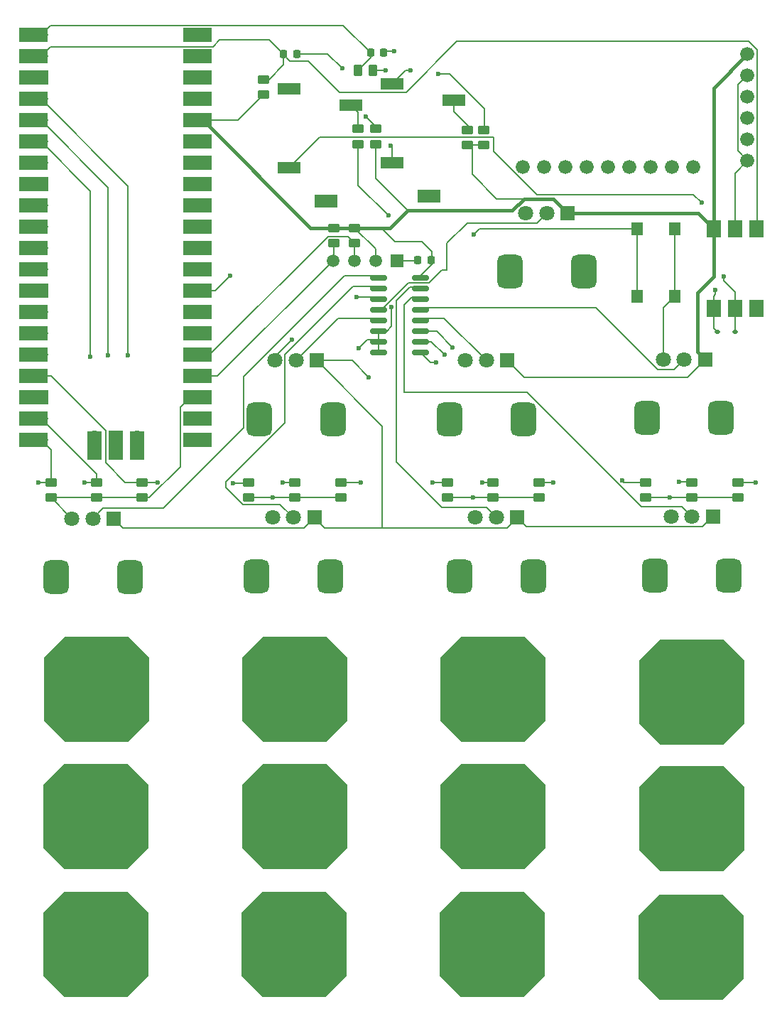
<source format=gtl>
%TF.GenerationSoftware,KiCad,Pcbnew,8.0.3*%
%TF.CreationDate,2024-07-12T18:25:32-05:00*%
%TF.ProjectId,controller,636f6e74-726f-46c6-9c65-722e6b696361,rev?*%
%TF.SameCoordinates,Original*%
%TF.FileFunction,Copper,L1,Top*%
%TF.FilePolarity,Positive*%
%FSLAX46Y46*%
G04 Gerber Fmt 4.6, Leading zero omitted, Abs format (unit mm)*
G04 Created by KiCad (PCBNEW 8.0.3) date 2024-07-12 18:25:32*
%MOMM*%
%LPD*%
G01*
G04 APERTURE LIST*
G04 Aperture macros list*
%AMRoundRect*
0 Rectangle with rounded corners*
0 $1 Rounding radius*
0 $2 $3 $4 $5 $6 $7 $8 $9 X,Y pos of 4 corners*
0 Add a 4 corners polygon primitive as box body*
4,1,4,$2,$3,$4,$5,$6,$7,$8,$9,$2,$3,0*
0 Add four circle primitives for the rounded corners*
1,1,$1+$1,$2,$3*
1,1,$1+$1,$4,$5*
1,1,$1+$1,$6,$7*
1,1,$1+$1,$8,$9*
0 Add four rect primitives between the rounded corners*
20,1,$1+$1,$2,$3,$4,$5,0*
20,1,$1+$1,$4,$5,$6,$7,0*
20,1,$1+$1,$6,$7,$8,$9,0*
20,1,$1+$1,$8,$9,$2,$3,0*%
%AMOutline5P*
0 Free polygon, 5 corners , with rotation*
0 The origin of the aperture is its center*
0 number of corners: always 5*
0 $1 to $10 corner X, Y*
0 $11 Rotation angle, in degrees counterclockwise*
0 create outline with 5 corners*
4,1,5,$1,$2,$3,$4,$5,$6,$7,$8,$9,$10,$1,$2,$11*%
%AMOutline6P*
0 Free polygon, 6 corners , with rotation*
0 The origin of the aperture is its center*
0 number of corners: always 6*
0 $1 to $12 corner X, Y*
0 $13 Rotation angle, in degrees counterclockwise*
0 create outline with 6 corners*
4,1,6,$1,$2,$3,$4,$5,$6,$7,$8,$9,$10,$11,$12,$1,$2,$13*%
%AMOutline7P*
0 Free polygon, 7 corners , with rotation*
0 The origin of the aperture is its center*
0 number of corners: always 7*
0 $1 to $14 corner X, Y*
0 $15 Rotation angle, in degrees counterclockwise*
0 create outline with 7 corners*
4,1,7,$1,$2,$3,$4,$5,$6,$7,$8,$9,$10,$11,$12,$13,$14,$1,$2,$15*%
%AMOutline8P*
0 Free polygon, 8 corners , with rotation*
0 The origin of the aperture is its center*
0 number of corners: always 8*
0 $1 to $16 corner X, Y*
0 $17 Rotation angle, in degrees counterclockwise*
0 create outline with 8 corners*
4,1,8,$1,$2,$3,$4,$5,$6,$7,$8,$9,$10,$11,$12,$13,$14,$15,$16,$1,$2,$17*%
G04 Aperture macros list end*
%TA.AperFunction,SMDPad,CuDef*%
%ADD10RoundRect,0.250000X0.450000X-0.262500X0.450000X0.262500X-0.450000X0.262500X-0.450000X-0.262500X0*%
%TD*%
%TA.AperFunction,ComponentPad*%
%ADD11RoundRect,0.750000X-0.750000X1.250000X-0.750000X-1.250000X0.750000X-1.250000X0.750000X1.250000X0*%
%TD*%
%TA.AperFunction,ComponentPad*%
%ADD12C,1.800000*%
%TD*%
%TA.AperFunction,ComponentPad*%
%ADD13R,1.800000X1.800000*%
%TD*%
%TA.AperFunction,SMDPad,CuDef*%
%ADD14RoundRect,0.250000X-0.450000X0.262500X-0.450000X-0.262500X0.450000X-0.262500X0.450000X0.262500X0*%
%TD*%
%TA.AperFunction,SMDPad,CuDef*%
%ADD15Outline8P,-6.250000X3.750000X-3.750000X6.250000X3.750000X6.250000X6.250000X3.750000X6.250000X-3.750000X3.750000X-6.250000X-3.750000X-6.250000X-6.250000X-3.750000X0.000000*%
%TD*%
%TA.AperFunction,SMDPad,CuDef*%
%ADD16RoundRect,0.218750X-0.218750X-0.256250X0.218750X-0.256250X0.218750X0.256250X-0.218750X0.256250X0*%
%TD*%
%TA.AperFunction,SMDPad,CuDef*%
%ADD17R,2.800000X1.600000*%
%TD*%
%TA.AperFunction,SMDPad,CuDef*%
%ADD18R,2.800000X1.400000*%
%TD*%
%TA.AperFunction,SMDPad,CuDef*%
%ADD19R,1.400000X1.600000*%
%TD*%
%TA.AperFunction,ComponentPad*%
%ADD20C,1.676400*%
%TD*%
%TA.AperFunction,SMDPad,CuDef*%
%ADD21R,1.780000X2.000000*%
%TD*%
%TA.AperFunction,SMDPad,CuDef*%
%ADD22RoundRect,0.250000X-0.262500X-0.450000X0.262500X-0.450000X0.262500X0.450000X-0.262500X0.450000X0*%
%TD*%
%TA.AperFunction,SMDPad,CuDef*%
%ADD23R,1.700000X3.500000*%
%TD*%
%TA.AperFunction,ComponentPad*%
%ADD24O,1.700000X1.700000*%
%TD*%
%TA.AperFunction,ComponentPad*%
%ADD25R,1.700000X1.700000*%
%TD*%
%TA.AperFunction,SMDPad,CuDef*%
%ADD26R,3.500000X1.700000*%
%TD*%
%TA.AperFunction,SMDPad,CuDef*%
%ADD27RoundRect,0.225000X0.225000X0.250000X-0.225000X0.250000X-0.225000X-0.250000X0.225000X-0.250000X0*%
%TD*%
%TA.AperFunction,SMDPad,CuDef*%
%ADD28RoundRect,0.150000X-0.825000X-0.150000X0.825000X-0.150000X0.825000X0.150000X-0.825000X0.150000X0*%
%TD*%
%TA.AperFunction,ComponentPad*%
%ADD29C,1.508000*%
%TD*%
%TA.AperFunction,ComponentPad*%
%ADD30R,1.508000X1.508000*%
%TD*%
%TA.AperFunction,SMDPad,CuDef*%
%ADD31RoundRect,0.112500X-0.187500X-0.112500X0.187500X-0.112500X0.187500X0.112500X-0.187500X0.112500X0*%
%TD*%
%TA.AperFunction,ViaPad*%
%ADD32C,0.600000*%
%TD*%
%TA.AperFunction,Conductor*%
%ADD33C,0.200000*%
%TD*%
%TA.AperFunction,Conductor*%
%ADD34C,0.400000*%
%TD*%
G04 APERTURE END LIST*
D10*
%TO.P,R3,2*%
%TO.N,unconnected-(R3-Pad2)*%
X123700000Y-34400000D03*
%TO.P,R3,1*%
%TO.N,+3V3*%
X123700000Y-36225000D03*
%TD*%
D11*
%TO.P,RV8,MP*%
%TO.N,N/C*%
X126800000Y-51300000D03*
X135600000Y-51300000D03*
D12*
%TO.P,RV8,3,3*%
%TO.N,GND*%
X128700000Y-44300000D03*
%TO.P,RV8,2,2*%
%TO.N,/POT8*%
X131200000Y-44300000D03*
D13*
%TO.P,RV8,1,1*%
%TO.N,+3V3*%
X133700000Y-44300000D03*
%TD*%
%TO.P,RV7,1,1*%
%TO.N,+3V3*%
X79600000Y-80700000D03*
D12*
%TO.P,RV7,2,2*%
%TO.N,/POT7*%
X77100000Y-80700000D03*
%TO.P,RV7,3,3*%
%TO.N,GND*%
X74600000Y-80700000D03*
D11*
%TO.P,RV7,MP*%
%TO.N,N/C*%
X81500000Y-87700000D03*
X72700000Y-87700000D03*
%TD*%
D13*
%TO.P,RV6,1,1*%
%TO.N,+3V3*%
X103500000Y-80600000D03*
D12*
%TO.P,RV6,2,2*%
%TO.N,/POT6*%
X101000000Y-80600000D03*
%TO.P,RV6,3,3*%
%TO.N,GND*%
X98500000Y-80600000D03*
D11*
%TO.P,RV6,MP*%
%TO.N,N/C*%
X105400000Y-87600000D03*
X96600000Y-87600000D03*
%TD*%
D13*
%TO.P,RV5,1,1*%
%TO.N,+3V3*%
X127700000Y-80600000D03*
D12*
%TO.P,RV5,2,2*%
%TO.N,/POT5*%
X125200000Y-80600000D03*
%TO.P,RV5,3,3*%
%TO.N,GND*%
X122700000Y-80600000D03*
D11*
%TO.P,RV5,MP*%
%TO.N,N/C*%
X129600000Y-87600000D03*
X120800000Y-87600000D03*
%TD*%
D13*
%TO.P,RV4,1,1*%
%TO.N,+3V3*%
X151000000Y-80500000D03*
D12*
%TO.P,RV4,2,2*%
%TO.N,/POT4*%
X148500000Y-80500000D03*
%TO.P,RV4,3,3*%
%TO.N,GND*%
X146000000Y-80500000D03*
D11*
%TO.P,RV4,MP*%
%TO.N,N/C*%
X152900000Y-87500000D03*
X144100000Y-87500000D03*
%TD*%
%TO.P,RV3,MP*%
%TO.N,N/C*%
X96900000Y-68900000D03*
X105700000Y-68900000D03*
D12*
%TO.P,RV3,3,3*%
%TO.N,GND*%
X98800000Y-61900000D03*
%TO.P,RV3,2,2*%
%TO.N,/POT3*%
X101300000Y-61900000D03*
D13*
%TO.P,RV3,1,1*%
%TO.N,+3V3*%
X103800000Y-61900000D03*
%TD*%
D11*
%TO.P,RV2,MP*%
%TO.N,N/C*%
X143200000Y-68750000D03*
X152000000Y-68750000D03*
D12*
%TO.P,RV2,3,3*%
%TO.N,GND*%
X145100000Y-61750000D03*
%TO.P,RV2,2,2*%
%TO.N,/POT2*%
X147600000Y-61750000D03*
D13*
%TO.P,RV2,1,1*%
%TO.N,+3V3*%
X150100000Y-61750000D03*
%TD*%
D11*
%TO.P,RV1,MP*%
%TO.N,N/C*%
X119600000Y-68900000D03*
X128400000Y-68900000D03*
D12*
%TO.P,RV1,3,3*%
%TO.N,GND*%
X121500000Y-61900000D03*
%TO.P,RV1,2,2*%
%TO.N,/POT1*%
X124000000Y-61900000D03*
D13*
%TO.P,RV1,1,1*%
%TO.N,+3V3*%
X126500000Y-61900000D03*
%TD*%
D14*
%TO.P,R11,1,1*%
%TO.N,/TPAD3*%
X124827577Y-76400000D03*
%TO.P,R11,2,2*%
%TO.N,GND*%
X124827577Y-78225000D03*
%TD*%
D15*
%TO.P,TP9,1,TOUCH*%
%TO.N,/TPAD9*%
X77416663Y-131483034D03*
%TD*%
D10*
%TO.P,R6,1*%
%TO.N,+3V3*%
X110800000Y-36125000D03*
%TO.P,R6,2*%
%TO.N,unconnected-(DR1-A-Pad2)*%
X110800000Y-34300000D03*
%TD*%
D16*
%TO.P,DT1,2,A*%
%TO.N,unconnected-(R3-Pad2)*%
X111787500Y-25200000D03*
%TO.P,DT1,1,K*%
%TO.N,/Midi Output 1/TX*%
X110212500Y-25200000D03*
%TD*%
D17*
%TO.P,J1-I1,4*%
%TO.N,unconnected-(J1-I1-Pad4)*%
X104932000Y-42900000D03*
D18*
%TO.P,J1-I1,3*%
%TO.N,unconnected-(J1-I1-Pad3)*%
X107882000Y-31500000D03*
%TO.P,J1-I1,2*%
%TO.N,Net-(D1-A)*%
X100482000Y-38900000D03*
%TO.P,J1-I1,1*%
%TO.N,unconnected-(J1-I1-Pad1)*%
X100482000Y-29500000D03*
%TD*%
D19*
%TO.P,SW1,1,1*%
%TO.N,/SW*%
X142000000Y-54200000D03*
X142000000Y-46200000D03*
%TO.P,SW1,2,2*%
%TO.N,GND*%
X146500000Y-54200000D03*
X146500000Y-46200000D03*
%TD*%
D14*
%TO.P,R15,1,1*%
%TO.N,/TPAD7*%
X119400000Y-76400000D03*
%TO.P,R15,2,2*%
%TO.N,GND*%
X119400000Y-78225000D03*
%TD*%
%TO.P,R9,1,1*%
%TO.N,/TPAD1*%
X77516663Y-76400000D03*
%TO.P,R9,2,2*%
%TO.N,GND*%
X77516663Y-78225000D03*
%TD*%
D20*
%TO.P,U4,1,1*%
%TO.N,unconnected-(U4-Pad1)*%
X148640000Y-38800000D03*
%TO.P,U4,2,2*%
%TO.N,unconnected-(U4-Pad2)*%
X146100000Y-38800000D03*
%TO.P,U4,3,3*%
%TO.N,unconnected-(U4-Pad3)*%
X143560000Y-38800000D03*
%TO.P,U4,4,4*%
%TO.N,unconnected-(U4-Pad4)*%
X141020000Y-38800000D03*
%TO.P,U4,5,5*%
%TO.N,unconnected-(U4-Pad5)*%
X138480000Y-38800000D03*
%TO.P,U4,BCK,BCK*%
%TO.N,/I2S_BCK*%
X155140000Y-35510000D03*
%TO.P,U4,DIN,DIN*%
%TO.N,/I2S_DATA*%
X155140000Y-32970000D03*
%TO.P,U4,G1,G1*%
%TO.N,unconnected-(U4-PadG1)*%
X135940000Y-38800000D03*
%TO.P,U4,G2,G2*%
%TO.N,unconnected-(U4-PadG2)*%
X130860000Y-38800000D03*
%TO.P,U4,GND,GND*%
%TO.N,GND*%
X155140000Y-27890000D03*
%TO.P,U4,L,L*%
%TO.N,unconnected-(U4-PadL)*%
X128320000Y-38800000D03*
%TO.P,U4,LCK,LCK*%
%TO.N,/I2S_LRCK*%
X155140000Y-30430000D03*
%TO.P,U4,R,R*%
%TO.N,unconnected-(U4-PadR)*%
X133400000Y-38800000D03*
%TO.P,U4,SCK,SCK*%
%TO.N,GND*%
X155140000Y-38050000D03*
%TO.P,U4,VIN,VIN*%
%TO.N,+3V3*%
X155140000Y-25350000D03*
%TD*%
D14*
%TO.P,R5,1*%
%TO.N,/MIDI input 1/RX*%
X97400000Y-28387500D03*
%TO.P,R5,2*%
%TO.N,+3V3*%
X97400000Y-30212500D03*
%TD*%
D15*
%TO.P,TP5,1,TOUCH*%
%TO.N,/TPAD5*%
X77489086Y-116183034D03*
%TD*%
%TO.P,TP10,1,TOUCH*%
%TO.N,/TPAD10*%
X101072120Y-131483034D03*
%TD*%
D21*
%TO.P,U1,6*%
%TO.N,+3V3*%
X151100000Y-46170000D03*
%TO.P,U1,5*%
%TO.N,GND*%
X153640000Y-46170000D03*
%TO.P,U1,4*%
%TO.N,/MIDI input 1/RX*%
X156180000Y-46170000D03*
%TO.P,U1,3*%
%TO.N,N/C*%
X156180000Y-55700000D03*
%TO.P,U1,2*%
%TO.N,Net-(D1-A)*%
X153640000Y-55700000D03*
%TO.P,U1,1*%
%TO.N,unconnected-(D1-K-Pad1)*%
X151100000Y-55700000D03*
%TD*%
D14*
%TO.P,R8,1,1*%
%TO.N,+3V3*%
X105800000Y-46087500D03*
%TO.P,R8,2,2*%
%TO.N,/SDA*%
X105800000Y-47912500D03*
%TD*%
D15*
%TO.P,TP11,1,TOUCH*%
%TO.N,/TPAD11*%
X124727577Y-131483034D03*
%TD*%
D14*
%TO.P,R18,1,1*%
%TO.N,/TPAD10*%
X106700000Y-76387500D03*
%TO.P,R18,2,2*%
%TO.N,GND*%
X106700000Y-78212500D03*
%TD*%
D15*
%TO.P,TP3,1,TOUCH*%
%TO.N,/TPAD3*%
X124827577Y-101083034D03*
%TD*%
%TO.P,TP12,1,TOUCH*%
%TO.N,/TPAD12*%
X148383034Y-131783034D03*
%TD*%
D22*
%TO.P,R2,1*%
%TO.N,/Midi Output 1/TX*%
X108687500Y-27300000D03*
%TO.P,R2,2*%
%TO.N,unconnected-(J11-O1-Pad2)*%
X110512500Y-27300000D03*
%TD*%
D14*
%TO.P,R20,1,1*%
%TO.N,/TPAD12*%
X154000000Y-76387500D03*
%TO.P,R20,2,2*%
%TO.N,GND*%
X154000000Y-78212500D03*
%TD*%
%TO.P,R7,1,1*%
%TO.N,+3V3*%
X108300000Y-46087500D03*
%TO.P,R7,2,2*%
%TO.N,/SCL*%
X108300000Y-47912500D03*
%TD*%
%TO.P,R13,1,1*%
%TO.N,/TPAD5*%
X72100000Y-76400000D03*
%TO.P,R13,2,2*%
%TO.N,GND*%
X72100000Y-78225000D03*
%TD*%
%TO.P,R17,1,1*%
%TO.N,/TPAD9*%
X83000000Y-76387500D03*
%TO.P,R17,2,2*%
%TO.N,GND*%
X83000000Y-78212500D03*
%TD*%
D15*
%TO.P,TP7,1,TOUCH*%
%TO.N,/TPAD7*%
X124800000Y-116183034D03*
%TD*%
D14*
%TO.P,R19,1,1*%
%TO.N,/TPAD11*%
X130300000Y-76387500D03*
%TO.P,R19,2,2*%
%TO.N,GND*%
X130300000Y-78212500D03*
%TD*%
%TO.P,R10,1,1*%
%TO.N,/TPAD2*%
X101172120Y-76400000D03*
%TO.P,R10,2,2*%
%TO.N,GND*%
X101172120Y-78225000D03*
%TD*%
D15*
%TO.P,TP6,1,TOUCH*%
%TO.N,/TPAD6*%
X101144543Y-116183034D03*
%TD*%
%TO.P,TP1,1,TOUCH*%
%TO.N,/TPAD1*%
X77516663Y-101083034D03*
%TD*%
D14*
%TO.P,R16,1,1*%
%TO.N,/TPAD8*%
X143000000Y-76400000D03*
%TO.P,R16,2,2*%
%TO.N,GND*%
X143000000Y-78225000D03*
%TD*%
%TO.P,R12,1,1*%
%TO.N,/TPAD4*%
X148483034Y-76400000D03*
%TO.P,R12,2,2*%
%TO.N,GND*%
X148483034Y-78225000D03*
%TD*%
D15*
%TO.P,TP2,1,TOUCH*%
%TO.N,/TPAD2*%
X101172120Y-101083034D03*
%TD*%
D23*
%TO.P,U3,43,SWDIO*%
%TO.N,unconnected-(U3-SWDIO-Pad43)*%
X82330000Y-72030000D03*
D24*
X82330000Y-71130000D03*
D23*
%TO.P,U3,42,GND*%
%TO.N,unconnected-(U3-GND-Pad42)*%
X79790000Y-72030000D03*
D25*
X79790000Y-71130000D03*
D23*
%TO.P,U3,41,SWCLK*%
%TO.N,unconnected-(U3-SWCLK-Pad41)*%
X77250000Y-72030000D03*
D24*
X77250000Y-71130000D03*
D26*
%TO.P,U3,40,VBUS*%
%TO.N,unconnected-(U3-VBUS-Pad40)*%
X89580000Y-23100000D03*
D24*
X88680000Y-23100000D03*
D26*
%TO.P,U3,39,VSYS*%
%TO.N,unconnected-(U3-VSYS-Pad39)*%
X89580000Y-25640000D03*
D24*
X88680000Y-25640000D03*
D26*
%TO.P,U3,38,GND*%
%TO.N,GND*%
X89580000Y-28180000D03*
D25*
X88680000Y-28180000D03*
D26*
%TO.P,U3,37,3V3_EN*%
%TO.N,unconnected-(U3-3V3_EN-Pad37)*%
X89580000Y-30720000D03*
D24*
X88680000Y-30720000D03*
D26*
%TO.P,U3,36,3V3*%
%TO.N,+3V3*%
X89580000Y-33260000D03*
D24*
X88680000Y-33260000D03*
D26*
%TO.P,U3,35,ADC_VREF*%
%TO.N,unconnected-(U3-ADC_VREF-Pad35)*%
X89580000Y-35800000D03*
D24*
X88680000Y-35800000D03*
D26*
%TO.P,U3,34,GPIO28_ADC2*%
%TO.N,/AIN*%
X89580000Y-38340000D03*
D24*
X88680000Y-38340000D03*
D26*
%TO.P,U3,33,AGND*%
%TO.N,unconnected-(U3-AGND-Pad33)*%
X89580000Y-40880000D03*
D25*
X88680000Y-40880000D03*
D26*
%TO.P,U3,32,GPIO27_ADC1*%
%TO.N,unconnected-(U3-GPIO27_ADC1-Pad32)*%
X89580000Y-43420000D03*
D24*
X88680000Y-43420000D03*
D26*
%TO.P,U3,31,GPIO26_ADC0*%
%TO.N,unconnected-(U3-GPIO26_ADC0-Pad31)*%
X89580000Y-45960000D03*
D24*
X88680000Y-45960000D03*
D26*
%TO.P,U3,30,RUN*%
%TO.N,unconnected-(U3-RUN-Pad30)*%
X89580000Y-48500000D03*
D24*
X88680000Y-48500000D03*
D26*
%TO.P,U3,29,GPIO22*%
%TO.N,/I2S_DATA*%
X89580000Y-51040000D03*
D24*
X88680000Y-51040000D03*
D26*
%TO.P,U3,28,GND*%
%TO.N,GND*%
X89580000Y-53580000D03*
D25*
X88680000Y-53580000D03*
D26*
%TO.P,U3,27,GPIO21*%
%TO.N,/I2S_BCK*%
X89580000Y-56120000D03*
D24*
X88680000Y-56120000D03*
D26*
%TO.P,U3,26,GPIO20*%
%TO.N,/I2S_LRCK*%
X89580000Y-58660000D03*
D24*
X88680000Y-58660000D03*
D26*
%TO.P,U3,25,GPIO19*%
%TO.N,/SCL*%
X89580000Y-61200000D03*
D24*
X88680000Y-61200000D03*
D26*
%TO.P,U3,24,GPIO18*%
%TO.N,/SDA*%
X89580000Y-63740000D03*
D24*
X88680000Y-63740000D03*
D26*
%TO.P,U3,23,GND*%
%TO.N,GND*%
X89580000Y-66280000D03*
D25*
X88680000Y-66280000D03*
D26*
%TO.P,U3,22,GPIO17*%
%TO.N,/TPAD12*%
X89580000Y-68820000D03*
D24*
X88680000Y-68820000D03*
D26*
%TO.P,U3,21,GPIO16*%
%TO.N,/TPAD4*%
X89580000Y-71360000D03*
D24*
X88680000Y-71360000D03*
D26*
%TO.P,U3,20,GPIO15*%
%TO.N,/TPAD5*%
X70000000Y-71360000D03*
D24*
X70900000Y-71360000D03*
D26*
%TO.P,U3,19,GPIO14*%
%TO.N,/TPAD1*%
X70000000Y-68820000D03*
D24*
X70900000Y-68820000D03*
D26*
%TO.P,U3,18,GND*%
%TO.N,unconnected-(U3-GND-Pad18)*%
X70000000Y-66280000D03*
D25*
X70900000Y-66280000D03*
D26*
%TO.P,U3,17,GPIO13*%
%TO.N,/TPAD9*%
X70000000Y-63740000D03*
D24*
X70900000Y-63740000D03*
D26*
%TO.P,U3,16,GPIO12*%
%TO.N,/TPAD6*%
X70000000Y-61200000D03*
D24*
X70900000Y-61200000D03*
D26*
%TO.P,U3,15,GPIO11*%
%TO.N,/TPAD2*%
X70000000Y-58660000D03*
D24*
X70900000Y-58660000D03*
D26*
%TO.P,U3,14,GPIO10*%
%TO.N,/TPAD10*%
X70000000Y-56120000D03*
D24*
X70900000Y-56120000D03*
D26*
%TO.P,U3,13,GND*%
%TO.N,unconnected-(U3-GND-Pad13)*%
X70000000Y-53580000D03*
D25*
X70900000Y-53580000D03*
D26*
%TO.P,U3,12,GPIO9*%
%TO.N,/TPAD7*%
X70000000Y-51040000D03*
D24*
X70900000Y-51040000D03*
D26*
%TO.P,U3,11,GPIO8*%
%TO.N,/TPAD3*%
X70000000Y-48500000D03*
D24*
X70900000Y-48500000D03*
D26*
%TO.P,U3,10,GPIO7*%
%TO.N,/TPAD11*%
X70000000Y-45960000D03*
D24*
X70900000Y-45960000D03*
D26*
%TO.P,U3,9,GPIO6*%
%TO.N,/TPAD8*%
X70000000Y-43420000D03*
D24*
X70900000Y-43420000D03*
D26*
%TO.P,U3,8,GND*%
%TO.N,unconnected-(U3-GND-Pad8)*%
X70000000Y-40880000D03*
D25*
X70900000Y-40880000D03*
D26*
%TO.P,U3,7,GPIO5*%
%TO.N,/SW*%
X70000000Y-38340000D03*
D24*
X70900000Y-38340000D03*
D26*
%TO.P,U3,6,GPIO4*%
%TO.N,/AS2*%
X70000000Y-35800000D03*
D24*
X70900000Y-35800000D03*
D26*
%TO.P,U3,5,GPIO3*%
%TO.N,/AS1*%
X70000000Y-33260000D03*
D24*
X70900000Y-33260000D03*
D26*
%TO.P,U3,4,GPIO2*%
%TO.N,/AS0*%
X70000000Y-30720000D03*
D24*
X70900000Y-30720000D03*
D26*
%TO.P,U3,3,GND*%
%TO.N,unconnected-(U3-GND-Pad3)*%
X70000000Y-28180000D03*
D25*
X70900000Y-28180000D03*
D26*
%TO.P,U3,2,GPIO1*%
%TO.N,/MIDI input 1/RX*%
X70000000Y-25640000D03*
D24*
X70900000Y-25640000D03*
D26*
%TO.P,U3,1,GPIO0*%
%TO.N,/Midi Output 1/TX*%
X70000000Y-23100000D03*
D24*
X70900000Y-23100000D03*
%TD*%
D27*
%TO.P,C1,1*%
%TO.N,+3V3*%
X117400000Y-49900000D03*
%TO.P,C1,2*%
%TO.N,GND*%
X115850000Y-49900000D03*
%TD*%
D17*
%TO.P,J11-O1,4*%
%TO.N,unconnected-(J11-O1-Pad4)*%
X117200000Y-42300000D03*
D18*
%TO.P,J11-O1,3*%
%TO.N,unconnected-(J11-O1-Pad3)*%
X120150000Y-30900000D03*
%TO.P,J11-O1,2*%
%TO.N,unconnected-(J11-O1-Pad2)*%
X112750000Y-38300000D03*
%TO.P,J11-O1,1*%
%TO.N,GND*%
X112750000Y-28900000D03*
%TD*%
D28*
%TO.P,U2,16,VCC*%
%TO.N,+3V3*%
X116120000Y-52030000D03*
%TO.P,U2,15,A2*%
%TO.N,/POT5*%
X116120000Y-53300000D03*
%TO.P,U2,14,A1*%
%TO.N,/POT4*%
X116120000Y-54570000D03*
%TO.P,U2,13,A0*%
%TO.N,/POT2*%
X116120000Y-55840000D03*
%TO.P,U2,12,A3*%
%TO.N,/POT1*%
X116120000Y-57110000D03*
%TO.P,U2,11,S0*%
%TO.N,/AS0*%
X116120000Y-58380000D03*
%TO.P,U2,10,S1*%
%TO.N,/AS1*%
X116120000Y-59650000D03*
%TO.P,U2,9,S2*%
%TO.N,/AS2*%
X116120000Y-60920000D03*
%TO.P,U2,8,GND*%
%TO.N,GND*%
X111170000Y-60920000D03*
%TO.P,U2,7,VEE*%
X111170000Y-59650000D03*
%TO.P,U2,6,~{E}*%
X111170000Y-58380000D03*
%TO.P,U2,5,A5*%
%TO.N,/POT3*%
X111170000Y-57110000D03*
%TO.P,U2,4,A7*%
%TO.N,/POT8*%
X111170000Y-55840000D03*
%TO.P,U2,3,A*%
%TO.N,/AIN*%
X111170000Y-54570000D03*
%TO.P,U2,2,A6*%
%TO.N,/POT6*%
X111170000Y-53300000D03*
%TO.P,U2,1,A4*%
%TO.N,/POT7*%
X111170000Y-52030000D03*
%TD*%
D15*
%TO.P,TP8,1,TOUCH*%
%TO.N,/TPAD8*%
X148455457Y-116483034D03*
%TD*%
D14*
%TO.P,R14,1,1*%
%TO.N,/TPAD6*%
X95700000Y-76387500D03*
%TO.P,R14,2,2*%
%TO.N,GND*%
X95700000Y-78212500D03*
%TD*%
%TO.P,R4,1*%
%TO.N,unconnected-(J1-I1-Pad3)*%
X108700000Y-34300000D03*
%TO.P,R4,2*%
%TO.N,unconnected-(D1-K-Pad1)*%
X108700000Y-36125000D03*
%TD*%
D29*
%TO.P,DISP1,4,SDA*%
%TO.N,/SDA*%
X105706000Y-50007000D03*
%TO.P,DISP1,3,SCL*%
%TO.N,/SCL*%
X108246000Y-50007000D03*
%TO.P,DISP1,2,VCC*%
%TO.N,+3V3*%
X110786000Y-50007000D03*
D30*
%TO.P,DISP1,1,GND*%
%TO.N,GND*%
X113326000Y-50007000D03*
%TD*%
D16*
%TO.P,DR1,1,K*%
%TO.N,/MIDI input 1/RX*%
X99812500Y-25400000D03*
%TO.P,DR1,2,A*%
%TO.N,unconnected-(DR1-A-Pad2)*%
X101387500Y-25400000D03*
%TD*%
D10*
%TO.P,R1,2*%
%TO.N,unconnected-(J11-O1-Pad3)*%
X121700000Y-34387500D03*
%TO.P,R1,1*%
%TO.N,+3V3*%
X121700000Y-36212500D03*
%TD*%
D15*
%TO.P,TP4,1,TOUCH*%
%TO.N,/TPAD4*%
X148483034Y-101383034D03*
%TD*%
D31*
%TO.P,D1,1,K*%
%TO.N,unconnected-(D1-K-Pad1)*%
X151550000Y-58500000D03*
%TO.P,D1,2,A*%
%TO.N,Net-(D1-A)*%
X153650000Y-58500000D03*
%TD*%
D32*
%TO.N,GND*%
X93500000Y-51800000D03*
%TO.N,unconnected-(R3-Pad2)*%
X113000000Y-25000000D03*
X118300000Y-27700000D03*
%TO.N,GND*%
X112700000Y-55504080D03*
X100800000Y-59400000D03*
X115000000Y-27300000D03*
%TO.N,/AS0*%
X120000000Y-60300000D03*
X81300000Y-61300000D03*
%TO.N,/AS1*%
X78900000Y-61300000D03*
X119000000Y-61200000D03*
%TO.N,/AS2*%
X117995000Y-62094808D03*
X76800000Y-61400000D03*
%TO.N,+3V3*%
X110000000Y-63900000D03*
%TO.N,/TPAD12*%
X148700000Y-132000000D03*
%TO.N,/TPAD4*%
X148400000Y-101500000D03*
%TO.N,/TPAD8*%
X148100000Y-116500000D03*
%TO.N,/TPAD11*%
X125000000Y-131500000D03*
%TO.N,/TPAD3*%
X124600000Y-100700000D03*
%TO.N,/TPAD7*%
X124800000Y-116400000D03*
%TO.N,/TPAD10*%
X101100000Y-131500000D03*
%TO.N,/TPAD6*%
X101200000Y-116000000D03*
%TO.N,/TPAD1*%
X76100000Y-76400000D03*
%TO.N,/TPAD2*%
X101172120Y-100910914D03*
%TO.N,/TPAD9*%
X77416663Y-131483034D03*
%TO.N,/TPAD5*%
X77400000Y-115100000D03*
%TO.N,/TPAD1*%
X77516663Y-101083034D03*
%TO.N,GND*%
X108800000Y-60400000D03*
X145900000Y-78225000D03*
X122400000Y-78225000D03*
X98500000Y-78212500D03*
%TO.N,unconnected-(J11-O1-Pad2)*%
X112600000Y-36300000D03*
X112000000Y-27300000D03*
%TO.N,/SW*%
X122515710Y-46884290D03*
%TO.N,Net-(D1-A)*%
X152300000Y-51900000D03*
X149700000Y-43100000D03*
%TO.N,unconnected-(D1-K-Pad1)*%
X112300000Y-44600000D03*
X151300000Y-53500000D03*
%TO.N,unconnected-(DR1-A-Pad2)*%
X106800000Y-27100000D03*
X109600000Y-32800000D03*
%TO.N,/AIN*%
X108500000Y-54300000D03*
%TO.N,/TPAD7*%
X117600000Y-76400000D03*
%TO.N,/TPAD3*%
X123500000Y-76400000D03*
%TO.N,/TPAD8*%
X140200000Y-76200000D03*
%TO.N,/TPAD9*%
X84800000Y-76400000D03*
%TO.N,/TPAD11*%
X132000000Y-76400000D03*
%TO.N,/TPAD2*%
X99700000Y-76400000D03*
%TO.N,/TPAD10*%
X109000000Y-76400000D03*
%TO.N,/TPAD6*%
X93800000Y-76500000D03*
%TO.N,/TPAD4*%
X147000000Y-76300000D03*
%TO.N,/TPAD5*%
X70600000Y-76400000D03*
%TO.N,/TPAD12*%
X156100000Y-76400000D03*
%TD*%
D33*
%TO.N,GND*%
X91720000Y-53580000D02*
X93500000Y-51800000D01*
X88680000Y-53580000D02*
X91720000Y-53580000D01*
%TO.N,unconnected-(R3-Pad2)*%
X123800000Y-34475000D02*
X123800000Y-31850000D01*
X111987500Y-25000000D02*
X111787500Y-25200000D01*
X123800000Y-31850000D02*
X119650000Y-27700000D01*
X119650000Y-27700000D02*
X118300000Y-27700000D01*
X113000000Y-25000000D02*
X111987500Y-25000000D01*
%TO.N,+3V3*%
X121700000Y-36212500D02*
X123712500Y-36212500D01*
X123712500Y-36212500D02*
X123800000Y-36300000D01*
X122300000Y-36212500D02*
X122300000Y-39700000D01*
X122300000Y-39700000D02*
X125200000Y-42600000D01*
X125200000Y-42600000D02*
X128500000Y-42600000D01*
%TO.N,Net-(D1-A)*%
X100482000Y-38900000D02*
X104090548Y-35291452D01*
X104090548Y-35291452D02*
X124791452Y-35291452D01*
X124791452Y-35291452D02*
X124900000Y-35400000D01*
X124900000Y-35400000D02*
X124900000Y-36989658D01*
X124900000Y-36989658D02*
X130010342Y-42100000D01*
X130010342Y-42100000D02*
X148700000Y-42100000D01*
X148700000Y-42100000D02*
X149700000Y-43100000D01*
%TO.N,GND*%
X112700000Y-55504080D02*
X112700000Y-57824999D01*
X112700000Y-57824999D02*
X112144999Y-58380000D01*
X112144999Y-58380000D02*
X111170000Y-58380000D01*
X98800000Y-61400000D02*
X100800000Y-59400000D01*
X98800000Y-61900000D02*
X98800000Y-61400000D01*
X113326000Y-50007000D02*
X113493000Y-50007000D01*
X114350000Y-27300000D02*
X115000000Y-27300000D01*
X112750000Y-28900000D02*
X114350000Y-27300000D01*
%TO.N,/AS0*%
X70900000Y-30720000D02*
X81300000Y-41120000D01*
X120000000Y-60300000D02*
X118080000Y-58380000D01*
X81300000Y-41120000D02*
X81300000Y-61300000D01*
X118080000Y-58380000D02*
X116120000Y-58380000D01*
%TO.N,/AS1*%
X78900000Y-41260000D02*
X78900000Y-61300000D01*
X119000000Y-61200000D02*
X117450000Y-59650000D01*
X70900000Y-33260000D02*
X78900000Y-41260000D01*
X117450000Y-59650000D02*
X116120000Y-59650000D01*
%TO.N,/AS2*%
X116120000Y-60920000D02*
X117294808Y-62094808D01*
X117294808Y-62094808D02*
X117995000Y-62094808D01*
X70900000Y-35800000D02*
X76800000Y-41700000D01*
X76800000Y-41700000D02*
X76800000Y-61400000D01*
%TO.N,GND*%
X155140000Y-27890000D02*
X154001800Y-29028200D01*
X154001800Y-36911800D02*
X155140000Y-38050000D01*
X154001800Y-29028200D02*
X154001800Y-36911800D01*
X145100000Y-61750000D02*
X145100000Y-55600000D01*
X145100000Y-55600000D02*
X146500000Y-54200000D01*
%TO.N,/POT2*%
X116120000Y-55590000D02*
X137090000Y-55590000D01*
X137090000Y-55590000D02*
X144450000Y-62950000D01*
X144450000Y-62950000D02*
X146400000Y-62950000D01*
X146400000Y-62950000D02*
X147600000Y-61750000D01*
%TO.N,+3V3*%
X126500000Y-61900000D02*
X128500000Y-63900000D01*
X128500000Y-63900000D02*
X147950000Y-63900000D01*
X147950000Y-63900000D02*
X150100000Y-61750000D01*
%TO.N,GND*%
X153640000Y-46170000D02*
X153640000Y-39550000D01*
X153640000Y-39550000D02*
X155140000Y-38050000D01*
X146500000Y-54200000D02*
X146500000Y-46200000D01*
X83000000Y-78212500D02*
X83836029Y-78212500D01*
X83836029Y-78212500D02*
X87530000Y-74518529D01*
X87530000Y-74518529D02*
X87530000Y-67430000D01*
X87530000Y-67430000D02*
X88680000Y-66280000D01*
X77516663Y-78225000D02*
X82987500Y-78225000D01*
X82987500Y-78225000D02*
X83000000Y-78212500D01*
X72100000Y-78225000D02*
X77516663Y-78225000D01*
X72100000Y-78225000D02*
X72125000Y-78225000D01*
X72125000Y-78225000D02*
X74600000Y-80700000D01*
%TO.N,/MIDI input 1/RX*%
X156180000Y-46170000D02*
X156278200Y-46071800D01*
X114450000Y-29900000D02*
X106500000Y-29900000D01*
X102775000Y-26175000D02*
X100587500Y-26175000D01*
X156278200Y-46071800D02*
X156278200Y-24878200D01*
X156278200Y-24878200D02*
X155260907Y-23860907D01*
X120489093Y-23860907D02*
X114450000Y-29900000D01*
X106500000Y-29900000D02*
X102775000Y-26175000D01*
X155260907Y-23860907D02*
X120489093Y-23860907D01*
X100587500Y-26175000D02*
X99812500Y-25400000D01*
%TO.N,/POT4*%
X116120000Y-54320000D02*
X115145001Y-54320000D01*
X147300000Y-79300000D02*
X148500000Y-80500000D01*
X115145001Y-54320000D02*
X114200000Y-55265001D01*
X114200000Y-55265001D02*
X114200000Y-65700000D01*
X114200000Y-65700000D02*
X128851471Y-65700000D01*
X128851471Y-65700000D02*
X142451471Y-79300000D01*
X142451471Y-79300000D02*
X147300000Y-79300000D01*
%TO.N,+3V3*%
X104700000Y-81800000D02*
X111600000Y-81800000D01*
X111600000Y-81800000D02*
X126500000Y-81800000D01*
X103800000Y-61900000D02*
X111600000Y-69700000D01*
X111600000Y-69700000D02*
X111600000Y-81800000D01*
X108000000Y-61900000D02*
X110000000Y-63900000D01*
X103800000Y-61900000D02*
X108000000Y-61900000D01*
%TO.N,GND*%
X113326000Y-50007000D02*
X115743000Y-50007000D01*
X115743000Y-50007000D02*
X115850000Y-49900000D01*
%TO.N,+3V3*%
X108300000Y-46087500D02*
X111514500Y-46087500D01*
X111514500Y-46087500D02*
X113127000Y-47700000D01*
X113127000Y-47700000D02*
X116300000Y-47700000D01*
X116300000Y-47700000D02*
X117500000Y-48900000D01*
X117500000Y-48900000D02*
X117500000Y-50400000D01*
X117500000Y-50400000D02*
X116800000Y-51100000D01*
%TO.N,/POT8*%
X111170000Y-55840000D02*
X111515552Y-55840000D01*
X111515552Y-55840000D02*
X114725552Y-52630000D01*
X119300000Y-47900000D02*
X121700000Y-45500000D01*
X114725552Y-52630000D02*
X117135552Y-52630000D01*
X118665552Y-51100000D02*
X119300000Y-51100000D01*
X117135552Y-52630000D02*
X118665552Y-51100000D01*
X119300000Y-51100000D02*
X119300000Y-47900000D01*
X130000000Y-45500000D02*
X131200000Y-44300000D01*
X121700000Y-45500000D02*
X130000000Y-45500000D01*
%TO.N,/POT5*%
X125200000Y-80600000D02*
X124000000Y-79400000D01*
X124000000Y-79400000D02*
X118700000Y-79400000D01*
X118700000Y-79400000D02*
X113300000Y-74000000D01*
X113300000Y-74000000D02*
X113300000Y-54709448D01*
X113300000Y-54709448D02*
X114900000Y-53109448D01*
X114900000Y-53109448D02*
X116060552Y-53109448D01*
X116060552Y-53109448D02*
X116120000Y-53050000D01*
%TO.N,/POT6*%
X101000000Y-80600000D02*
X99425000Y-79025000D01*
X99425000Y-79025000D02*
X95015256Y-79025000D01*
X95015256Y-79025000D02*
X92975182Y-76984926D01*
X92975182Y-76309744D02*
X100000000Y-69284926D01*
X92975182Y-76984926D02*
X92975182Y-76309744D01*
X100000000Y-69284926D02*
X100000000Y-61180000D01*
X100000000Y-61180000D02*
X108130000Y-53050000D01*
X108130000Y-53050000D02*
X111170000Y-53050000D01*
%TO.N,/POT7*%
X77100000Y-80700000D02*
X78300000Y-79500000D01*
X78300000Y-79500000D02*
X85500000Y-79500000D01*
X85500000Y-79500000D02*
X95100000Y-69900000D01*
X95100000Y-69900000D02*
X95100000Y-63800000D01*
X95100000Y-63800000D02*
X107120000Y-51780000D01*
X107120000Y-51780000D02*
X111170000Y-51780000D01*
%TO.N,+3V3*%
X127700000Y-80600000D02*
X128800000Y-81700000D01*
X128800000Y-81700000D02*
X149800000Y-81700000D01*
X149800000Y-81700000D02*
X151000000Y-80500000D01*
X103500000Y-80600000D02*
X104700000Y-81800000D01*
X126500000Y-81800000D02*
X127700000Y-80600000D01*
X79600000Y-80700000D02*
X80700000Y-81800000D01*
X80700000Y-81800000D02*
X102300000Y-81800000D01*
X102300000Y-81800000D02*
X103500000Y-80600000D01*
%TO.N,/TPAD1*%
X76100000Y-76400000D02*
X77516663Y-76400000D01*
%TO.N,/TPAD2*%
X101172120Y-101083034D02*
X101172120Y-100910914D01*
%TO.N,/TPAD5*%
X77489086Y-115189086D02*
X77400000Y-115100000D01*
X77489086Y-116183034D02*
X77489086Y-115189086D01*
%TO.N,/MIDI input 1/RX*%
X99812500Y-25400000D02*
X99812500Y-26675000D01*
X99812500Y-26675000D02*
X98100000Y-28387500D01*
X98100000Y-28387500D02*
X97400000Y-28387500D01*
X99812500Y-25400000D02*
X98112500Y-23700000D01*
X98112500Y-23700000D02*
X92180000Y-23700000D01*
X72060000Y-24480000D02*
X70900000Y-25640000D01*
X91400000Y-24480000D02*
X72060000Y-24480000D01*
X92180000Y-23700000D02*
X91400000Y-24480000D01*
%TO.N,/Midi Output 1/TX*%
X106962500Y-21950000D02*
X110212500Y-25200000D01*
X72050000Y-21950000D02*
X106962500Y-21950000D01*
X110212500Y-25775000D02*
X108687500Y-27300000D01*
X70900000Y-23100000D02*
X72050000Y-21950000D01*
X110212500Y-25200000D02*
X110212500Y-25775000D01*
%TO.N,GND*%
X106687500Y-78225000D02*
X106700000Y-78212500D01*
X143000000Y-78225000D02*
X148483034Y-78225000D01*
X119400000Y-78225000D02*
X124827577Y-78225000D01*
X95700000Y-78212500D02*
X98500000Y-78212500D01*
X148483034Y-78225000D02*
X153987500Y-78225000D01*
X111170000Y-59400000D02*
X109800000Y-59400000D01*
X98500000Y-78212500D02*
X101159620Y-78212500D01*
X111170000Y-58130000D02*
X111170000Y-59400000D01*
X101172120Y-78225000D02*
X106687500Y-78225000D01*
X153987500Y-78225000D02*
X154000000Y-78212500D01*
X101159620Y-78212500D02*
X101172120Y-78225000D01*
X130287500Y-78225000D02*
X130300000Y-78212500D01*
X111170000Y-59400000D02*
X111170000Y-60670000D01*
X109800000Y-59400000D02*
X108800000Y-60400000D01*
X124827577Y-78225000D02*
X130287500Y-78225000D01*
D34*
%TO.N,+3V3*%
X151100000Y-46170000D02*
X151100000Y-29390000D01*
X108300000Y-46087500D02*
X112512500Y-46087500D01*
X114600000Y-44000000D02*
X115200000Y-44000000D01*
X105800000Y-46087500D02*
X108300000Y-46087500D01*
X149200000Y-60850000D02*
X150100000Y-61750000D01*
X149230000Y-44300000D02*
X151100000Y-46170000D01*
D33*
X110800000Y-40200000D02*
X114600000Y-44000000D01*
D34*
X128500000Y-42600000D02*
X132000000Y-42600000D01*
X112512500Y-46087500D02*
X114600000Y-44000000D01*
D33*
X110786000Y-48573500D02*
X110786000Y-50007000D01*
D34*
X151100000Y-46170000D02*
X151100000Y-51900000D01*
X132000000Y-42600000D02*
X133700000Y-44300000D01*
X103067500Y-46087500D02*
X105800000Y-46087500D01*
D33*
X108300000Y-46087500D02*
X110786000Y-48573500D01*
X88680000Y-33260000D02*
X90240000Y-33260000D01*
D34*
X90240000Y-33260000D02*
X103067500Y-46087500D01*
X115200000Y-44000000D02*
X127100000Y-44000000D01*
D33*
X97400000Y-30212500D02*
X94352500Y-33260000D01*
D34*
X127100000Y-44000000D02*
X128500000Y-42600000D01*
X133700000Y-44300000D02*
X149230000Y-44300000D01*
D33*
X94352500Y-33260000D02*
X88680000Y-33260000D01*
D34*
X151100000Y-29390000D02*
X155140000Y-25350000D01*
X151100000Y-51900000D02*
X149200000Y-53800000D01*
D33*
X116800000Y-51100000D02*
X116120000Y-51780000D01*
D34*
X149200000Y-53800000D02*
X149200000Y-60850000D01*
D33*
X110800000Y-36125000D02*
X110800000Y-40200000D01*
%TO.N,/POT1*%
X116120000Y-56860000D02*
X118960000Y-56860000D01*
X118960000Y-56860000D02*
X124000000Y-61900000D01*
%TO.N,/POT3*%
X106340000Y-56860000D02*
X101300000Y-61900000D01*
X111170000Y-56860000D02*
X106340000Y-56860000D01*
%TO.N,/TPAD1*%
X70900000Y-68820000D02*
X77516663Y-75436663D01*
X77516663Y-75436663D02*
X77516663Y-76400000D01*
%TO.N,unconnected-(J1-I1-Pad3)*%
X108700000Y-32318000D02*
X107882000Y-31500000D01*
X108700000Y-34300000D02*
X108700000Y-32318000D01*
%TO.N,unconnected-(J11-O1-Pad2)*%
X112750000Y-36450000D02*
X112600000Y-36300000D01*
X112750000Y-38300000D02*
X112750000Y-36450000D01*
X112000000Y-27300000D02*
X110512500Y-27300000D01*
%TO.N,unconnected-(J11-O1-Pad3)*%
X120150000Y-30900000D02*
X120150000Y-32237500D01*
X120150000Y-32237500D02*
X122300000Y-34387500D01*
%TO.N,/SCL*%
X108300000Y-47912500D02*
X108300000Y-49953000D01*
X108300000Y-49953000D02*
X108246000Y-50007000D01*
X107487500Y-47100000D02*
X108300000Y-47912500D01*
X91015256Y-61200000D02*
X105115256Y-47100000D01*
X88680000Y-61200000D02*
X91015256Y-61200000D01*
X105115256Y-47100000D02*
X107487500Y-47100000D01*
%TO.N,/SDA*%
X105800000Y-47912500D02*
X105800000Y-49913000D01*
X91973000Y-63740000D02*
X105706000Y-50007000D01*
X88680000Y-63740000D02*
X91973000Y-63740000D01*
X105800000Y-49913000D02*
X105706000Y-50007000D01*
%TO.N,/SW*%
X142000000Y-46200000D02*
X142000000Y-54200000D01*
X142000000Y-46200000D02*
X123200000Y-46200000D01*
X123200000Y-46200000D02*
X122515710Y-46884290D01*
%TO.N,/TPAD5*%
X70900000Y-71360000D02*
X72100000Y-72560000D01*
X72100000Y-72560000D02*
X72100000Y-76400000D01*
%TO.N,/TPAD9*%
X70900000Y-63740000D02*
X72160000Y-63740000D01*
X72160000Y-63740000D02*
X78640000Y-70220000D01*
X78640000Y-70220000D02*
X78640000Y-74080000D01*
X78640000Y-74080000D02*
X80947500Y-76387500D01*
X80947500Y-76387500D02*
X83000000Y-76387500D01*
%TO.N,Net-(D1-A)*%
X153640000Y-53740000D02*
X153640000Y-55700000D01*
X152300000Y-52400000D02*
X153640000Y-53740000D01*
X153640000Y-58490000D02*
X153650000Y-58500000D01*
X152300000Y-51900000D02*
X152300000Y-52400000D01*
X153640000Y-55700000D02*
X153640000Y-58490000D01*
%TO.N,unconnected-(D1-K-Pad1)*%
X151300000Y-54000000D02*
X151100000Y-54200000D01*
X151100000Y-55700000D02*
X151100000Y-58050000D01*
X151100000Y-58050000D02*
X151550000Y-58500000D01*
X108700000Y-36125000D02*
X108700000Y-41000000D01*
X151100000Y-54200000D02*
X151100000Y-55700000D01*
X151300000Y-53500000D02*
X151300000Y-54000000D01*
X108700000Y-41000000D02*
X112300000Y-44600000D01*
%TO.N,unconnected-(DR1-A-Pad2)*%
X101387500Y-25400000D02*
X105100000Y-25400000D01*
X110800000Y-34300000D02*
X110800000Y-34000000D01*
X105100000Y-25400000D02*
X106800000Y-27100000D01*
X110800000Y-34000000D02*
X109600000Y-32800000D01*
%TO.N,/AIN*%
X108520000Y-54320000D02*
X108500000Y-54300000D01*
X111170000Y-54320000D02*
X108520000Y-54320000D01*
X88680000Y-38340000D02*
X90240000Y-38340000D01*
%TO.N,/TPAD8*%
X140200000Y-76200000D02*
X140400000Y-76400000D01*
%TO.N,/TPAD4*%
X148483034Y-101000000D02*
X148500000Y-100983034D01*
%TO.N,/TPAD3*%
X124827577Y-101083034D02*
X124827577Y-101055457D01*
X124827577Y-101055457D02*
X124900000Y-100983034D01*
X123500000Y-76400000D02*
X124827577Y-76400000D01*
%TO.N,/TPAD9*%
X77416663Y-131483034D02*
X77500000Y-131483034D01*
X83012500Y-76400000D02*
X83000000Y-76387500D01*
%TO.N,/TPAD5*%
X70600000Y-76400000D02*
X72100000Y-76400000D01*
%TO.N,/TPAD4*%
X147000000Y-76300000D02*
X148383034Y-76300000D01*
%TO.N,/TPAD8*%
X148455457Y-116483034D02*
X148400000Y-116483034D01*
%TO.N,/TPAD4*%
X148483034Y-101383034D02*
X148483034Y-101000000D01*
%TO.N,/TPAD8*%
X140400000Y-76400000D02*
X143000000Y-76400000D01*
%TO.N,/TPAD4*%
X148383034Y-76300000D02*
X148483034Y-76400000D01*
%TO.N,/TPAD5*%
X77489086Y-116093948D02*
X77500000Y-116083034D01*
%TO.N,/TPAD7*%
X124800000Y-116183034D02*
X124600000Y-115983034D01*
X117600000Y-76400000D02*
X119400000Y-76400000D01*
%TO.N,/TPAD10*%
X101072120Y-131483034D02*
X101072120Y-131510914D01*
%TO.N,/TPAD6*%
X101144543Y-116183034D02*
X101144543Y-116138491D01*
%TO.N,/TPAD11*%
X132000000Y-76400000D02*
X130312500Y-76400000D01*
X124727577Y-131483034D02*
X124500000Y-131483034D01*
%TO.N,/TPAD2*%
X101172120Y-100910914D02*
X101200000Y-100883034D01*
%TO.N,/TPAD10*%
X101072120Y-131510914D02*
X101000000Y-131583034D01*
X108987500Y-76387500D02*
X106700000Y-76387500D01*
%TO.N,/TPAD1*%
X77516663Y-101083034D02*
X77600000Y-101083034D01*
%TO.N,/TPAD5*%
X77489086Y-116183034D02*
X77489086Y-116093948D01*
%TO.N,/TPAD11*%
X130312500Y-76400000D02*
X130300000Y-76387500D01*
%TO.N,/TPAD2*%
X99700000Y-76400000D02*
X101172120Y-76400000D01*
%TO.N,/TPAD10*%
X109000000Y-76400000D02*
X108987500Y-76387500D01*
%TO.N,/TPAD9*%
X84800000Y-76400000D02*
X83012500Y-76400000D01*
%TO.N,/TPAD6*%
X95587500Y-76500000D02*
X95700000Y-76387500D01*
X93800000Y-76500000D02*
X95587500Y-76500000D01*
X101144543Y-116138491D02*
X101200000Y-116083034D01*
%TO.N,/TPAD12*%
X156087500Y-76387500D02*
X154000000Y-76387500D01*
X156100000Y-76400000D02*
X156087500Y-76387500D01*
X148383034Y-131783034D02*
X148400000Y-131783034D01*
%TD*%
M02*

</source>
